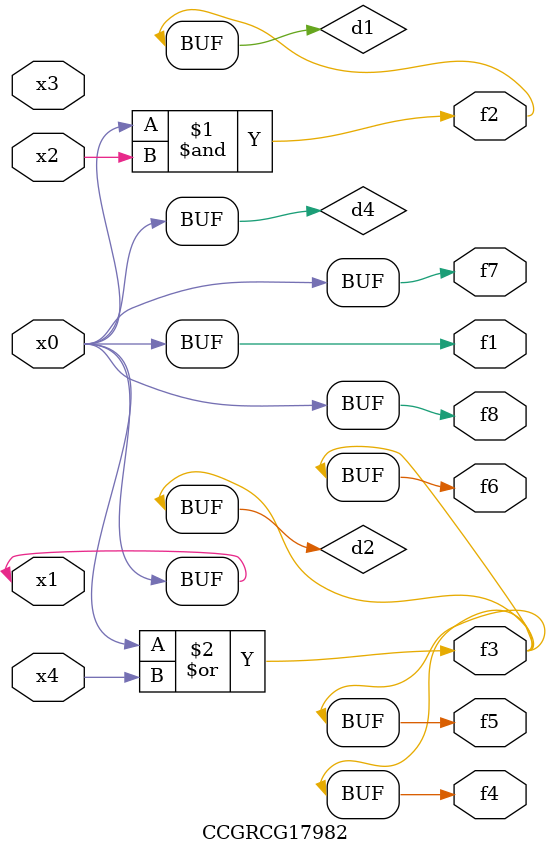
<source format=v>
module CCGRCG17982(
	input x0, x1, x2, x3, x4,
	output f1, f2, f3, f4, f5, f6, f7, f8
);

	wire d1, d2, d3, d4;

	and (d1, x0, x2);
	or (d2, x0, x4);
	nand (d3, x0, x2);
	buf (d4, x0, x1);
	assign f1 = d4;
	assign f2 = d1;
	assign f3 = d2;
	assign f4 = d2;
	assign f5 = d2;
	assign f6 = d2;
	assign f7 = d4;
	assign f8 = d4;
endmodule

</source>
